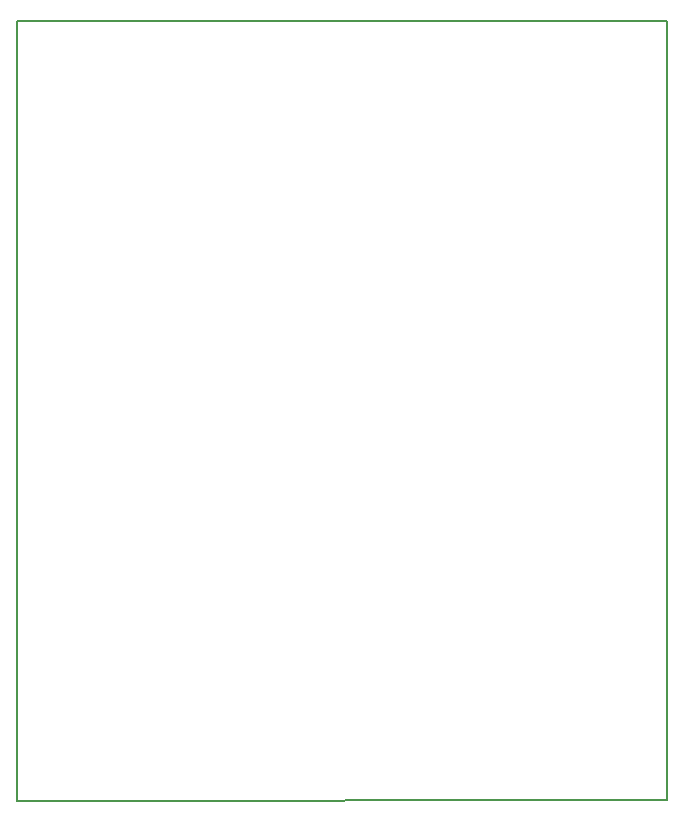
<source format=gbr>
%TF.GenerationSoftware,Novarm,DipTrace,3.3.1.3*%
%TF.CreationDate,2019-07-25T18:01:06+00:00*%
%FSLAX35Y35*%
%MOMM*%
%TF.FileFunction,Profile*%
%TF.Part,Single*%
%ADD11C,0.14*%
G75*
G01*
%LPD*%
X6500000Y1004000D2*
D11*
Y7604000D1*
X1000000D1*
Y1000000D1*
X6500000Y1004000D1*
M02*

</source>
